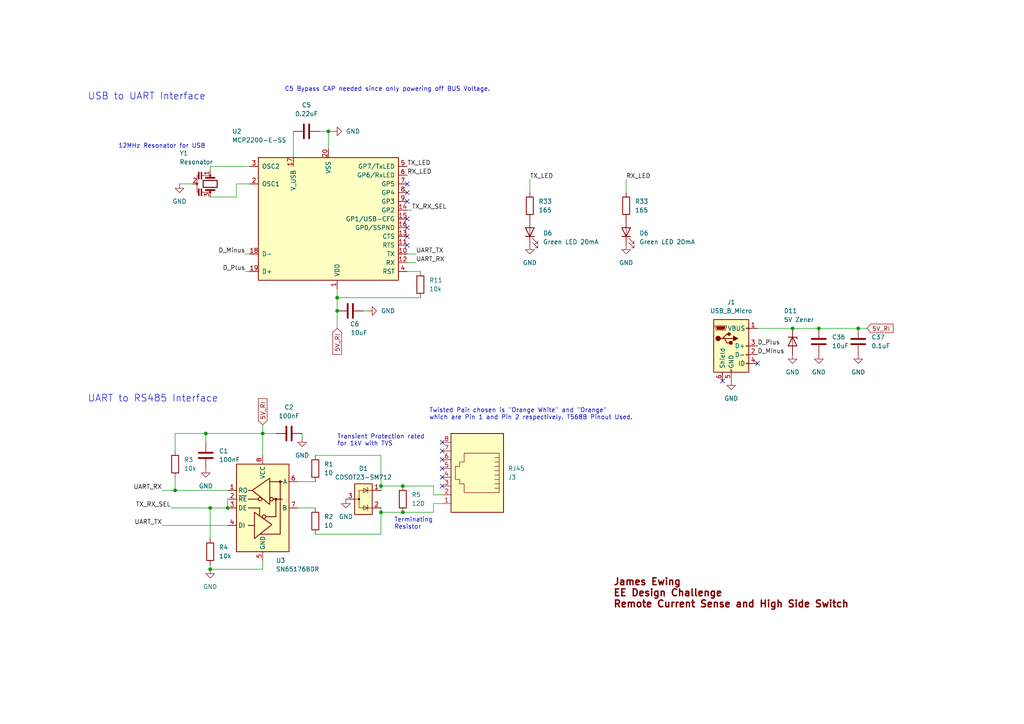
<source format=kicad_sch>
(kicad_sch (version 20230121) (generator eeschema)
  (paper "A4")
  (title_block (title "Remote Interface Communication Circuit"))
  (lib_symbols
    (symbol "Connector:RJ45" (pin_names (offset 1.016))
      (property "Reference" "J" (at -5.08 13.97 0))
      (property "Value" "RJ45" (at 2.54 13.97 0))
      (symbol "RJ45_0_1"
        (polyline (pts (xy -5.08 4.445) (xy -6.35 4.445)))
        (polyline (pts (xy -5.08 5.715) (xy -6.35 5.715)))
        (polyline (pts (xy -6.35 -3.175) (xy -5.08 -3.175) (xy -5.08 -3.175)))
        (polyline (pts (xy -6.35 -1.905) (xy -5.08 -1.905) (xy -5.08 -1.905)))
        (polyline (pts (xy -6.35 -0.635) (xy -5.08 -0.635) (xy -5.08 -0.635)))
        (polyline (pts (xy -6.35 0.635) (xy -5.08 0.635) (xy -5.08 0.635)))
        (polyline (pts (xy -6.35 1.905) (xy -5.08 1.905) (xy -5.08 1.905)))
        (polyline (pts (xy -5.08 3.175) (xy -6.35 3.175) (xy -6.35 3.175)))
        (polyline (pts (xy -6.35 -4.445) (xy -6.35 6.985) (xy 3.81 6.985) (xy 3.81 4.445) (xy 5.08 4.445) (xy 5.08 3.175) (xy 6.35 3.175) (xy 6.35 -0.635) (xy 5.08 -0.635) (xy 5.08 -1.905) (xy 3.81 -1.905) (xy 3.81 -4.445) (xy -6.35 -4.445) (xy -6.35 -4.445)))
        (rectangle (start 7.62 12.7) (end -7.62 -10.16) (stroke (width 0.254)) (fill (type background)))
      )
      (symbol "RJ45_1_1"
        (pin passive line (at 10.16 -7.62 180) (length 2.54) (name "~") (number "1"))
        (pin passive line (at 10.16 -5.08 180) (length 2.54) (name "~") (number "2"))
        (pin passive line (at 10.16 -2.54 180) (length 2.54) (name "~") (number "3"))
        (pin passive line (at 10.16 0 180) (length 2.54) (name "~") (number "4"))
        (pin passive line (at 10.16 2.54 180) (length 2.54) (name "~") (number "5"))
        (pin passive line (at 10.16 5.08 180) (length 2.54) (name "~") (number "6"))
        (pin passive line (at 10.16 7.62 180) (length 2.54) (name "~") (number "7"))
        (pin passive line (at 10.16 10.16 180) (length 2.54) (name "~") (number "8"))
      )
    )
    (symbol "Connector:USB_B_Micro" (pin_names (offset 1.016))
      (property "Reference" "J" (at -5.08 11.43 0))
      (property "Value" "USB_B_Micro" (at -5.08 8.89 0))
      (symbol "USB_B_Micro_0_1"
        (rectangle (start -5.08 -7.62) (end 5.08 7.62) (stroke (width 0.254)) (fill (type background)))
        (circle (center -3.81 2.159) (radius 0.635) (stroke (width 0.254)) (fill (type outline)))
        (circle (center -0.635 3.429) (radius 0.381) (stroke (width 0.254)) (fill (type outline)))
        (rectangle (start -0.127 -7.62) (end 0.127 -6.858))
        (polyline (pts (xy -1.905 2.159) (xy 0.635 2.159)) (stroke (width 0.254)))
        (polyline (pts (xy -3.175 2.159) (xy -2.54 2.159) (xy -1.27 3.429) (xy -0.635 3.429)) (stroke (width 0.254)))
        (polyline (pts (xy -2.54 2.159) (xy -1.905 2.159) (xy -1.27 0.889) (xy 0 0.889)) (stroke (width 0.254)))
        (polyline (pts (xy 0.635 2.794) (xy 0.635 1.524) (xy 1.905 2.159) (xy 0.635 2.794)) (stroke (width 0.254)) (fill (type outline)))
        (polyline (pts (xy -4.318 5.588) (xy -1.778 5.588) (xy -2.032 4.826) (xy -4.064 4.826) (xy -4.318 5.588)) (fill (type outline)))
        (polyline (pts (xy -4.699 5.842) (xy -4.699 5.588) (xy -4.445 4.826) (xy -4.445 4.572) (xy -1.651 4.572) (xy -1.651 4.826) (xy -1.397 5.588) (xy -1.397 5.842) (xy -4.699 5.842)))
        (rectangle (start 0.254 1.27) (end -0.508 0.508) (stroke (width 0.254)) (fill (type outline)))
        (rectangle (start 5.08 -5.207) (end 4.318 -4.953))
        (rectangle (start 5.08 -2.667) (end 4.318 -2.413))
        (rectangle (start 5.08 -0.127) (end 4.318 0.127))
        (rectangle (start 5.08 4.953) (end 4.318 5.207))
      )
      (symbol "USB_B_Micro_1_1"
        (pin power_out line (at 7.62 5.08 180) (length 2.54) (name "VBUS") (number "1"))
        (pin bidirectional line (at 7.62 -2.54 180) (length 2.54) (name "D-") (number "2"))
        (pin bidirectional line (at 7.62 0 180) (length 2.54) (name "D+") (number "3"))
        (pin passive line (at 7.62 -5.08 180) (length 2.54) (name "ID") (number "4"))
        (pin power_out line (at 0 -10.16 90) (length 2.54) (name "GND") (number "5"))
        (pin passive line (at -2.54 -10.16 90) (length 2.54) (name "Shield") (number "6"))
      )
    )
    (symbol "Device:C" (pin_numbers hide) (pin_names (offset 0.254))
      (property "Reference" "C" (at 0.635 2.54 0))
      (property "Value" "C" (at 0.635 -2.54 0))
      (symbol "C_0_1"
        (polyline (pts (xy -2.032 -0.762) (xy 2.032 -0.762)) (stroke (width 0.508)))
        (polyline (pts (xy -2.032 0.762) (xy 2.032 0.762)) (stroke (width 0.508)))
      )
      (symbol "C_1_1"
        (pin passive line (at 0 3.81 270) (length 2.794) (name "~") (number "1"))
        (pin passive line (at 0 -3.81 90) (length 2.794) (name "~") (number "2"))
      )
    )
    (symbol "Device:D_Zener" (pin_numbers hide) (pin_names (offset 1.016) hide)
      (property "Reference" "D" (at 0 2.54 0))
      (property "Value" "D_Zener" (at 0 -2.54 0))
      (symbol "D_Zener_0_1"
        (polyline (pts (xy 1.27 0) (xy -1.27 0)))
        (polyline (pts (xy -1.27 -1.27) (xy -1.27 1.27) (xy -0.762 1.27)) (stroke (width 0.254)))
        (polyline (pts (xy 1.27 -1.27) (xy 1.27 1.27) (xy -1.27 0) (xy 1.27 -1.27)) (stroke (width 0.254)))
      )
      (symbol "D_Zener_1_1"
        (pin passive line (at -3.81 0 0) (length 2.54) (name "K") (number "1"))
        (pin passive line (at 3.81 0 180) (length 2.54) (name "A") (number "2"))
      )
    )
    (symbol "Device:LED" (pin_numbers hide) (pin_names (offset 1.016) hide)
      (property "Reference" "D" (at 0 2.54 0))
      (property "Value" "LED" (at 0 -2.54 0))
      (symbol "LED_0_1"
        (polyline (pts (xy -1.27 -1.27) (xy -1.27 1.27)) (stroke (width 0.254)))
        (polyline (pts (xy -1.27 0) (xy 1.27 0)))
        (polyline (pts (xy 1.27 -1.27) (xy 1.27 1.27) (xy -1.27 0) (xy 1.27 -1.27)) (stroke (width 0.254)))
        (polyline (pts (xy -3.048 -0.762) (xy -4.572 -2.286) (xy -3.81 -2.286) (xy -4.572 -2.286) (xy -4.572 -1.524)))
        (polyline (pts (xy -1.778 -0.762) (xy -3.302 -2.286) (xy -2.54 -2.286) (xy -3.302 -2.286) (xy -3.302 -1.524)))
      )
      (symbol "LED_1_1"
        (pin passive line (at -3.81 0 0) (length 2.54) (name "K") (number "1"))
        (pin passive line (at 3.81 0 180) (length 2.54) (name "A") (number "2"))
      )
    )
    (symbol "Device:R" (pin_numbers hide) (pin_names (offset 0))
      (property "Reference" "R" (at 2.032 0 90))
      (property "Value" "R" (at 0 0 90))
      (symbol "R_0_1"
        (rectangle (start -1.016 -2.54) (end 1.016 2.54) (stroke (width 0.254)))
      )
      (symbol "R_1_1"
        (pin passive line (at 0 3.81 270) (length 1.27) (name "~") (number "1"))
        (pin passive line (at 0 -3.81 90) (length 1.27) (name "~") (number "2"))
      )
    )
    (symbol "Device:Resonator" (pin_names (offset 1.016) hide)
      (property "Reference" "Y" (at 0 5.715 0))
      (property "Value" "Resonator" (at 0 3.81 0))
      (symbol "Resonator_0_1"
        (rectangle (start -3.429 -3.175) (end -1.397 -3.429) (fill (type outline)))
        (rectangle (start -3.429 -2.413) (end -1.397 -2.667) (fill (type outline)))
        (circle (center -2.413 0) (radius 0.254) (fill (type outline)))
        (rectangle (start -1.016 2.032) (end 1.016 -2.032) (stroke (width 0.3048)))
        (circle (center 0 -3.81) (radius 0.254) (fill (type outline)))
        (polyline (pts (xy -2.413 -2.413) (xy -2.413 0)))
        (polyline (pts (xy -1.905 0) (xy -3.175 0)))
        (polyline (pts (xy -1.778 -1.27) (xy -1.778 1.27)) (stroke (width 0.508)))
        (polyline (pts (xy 1.778 -1.27) (xy 1.778 1.27)) (stroke (width 0.508)))
        (polyline (pts (xy 1.905 0) (xy 2.54 0)))
        (polyline (pts (xy 2.413 0) (xy 2.413 -2.54)))
        (polyline (pts (xy 2.413 -3.302) (xy 2.413 -3.81) (xy -2.413 -3.81) (xy -2.413 -3.302)))
        (rectangle (start 1.397 -3.175) (end 3.429 -3.429) (fill (type outline)))
        (rectangle (start 1.397 -2.413) (end 3.429 -2.667) (fill (type outline)))
        (circle (center 2.413 0) (radius 0.254) (fill (type outline)))
      )
      (symbol "Resonator_1_1"
        (pin passive line (at -3.81 0 0) (length 1.27) (name "1") (number "1"))
        (pin passive line (at 0 -5.08 90) (length 1.27) (name "2") (number "2"))
        (pin passive line (at 3.81 0 180) (length 1.27) (name "3") (number "3"))
      )
    )
    (symbol "Interface_UART:LT1785AxN8"
      (property "Reference" "U1" (at 2.1941 17.78 0))
      (property "Value" "LT1785AxN8" (at 2.1941 15.24 0))
      (symbol "LT1785AxN8_0_1"
        (rectangle (start -7.62 12.7) (end 7.62 -12.7) (stroke (width 0.254)) (fill (type background)))
      )
      (symbol "LT1785AxN8_1_1"
        (circle (center -0.762 2.54) (radius 0.508) (stroke (width 0.254)))
        (polyline (pts (xy -4.191 2.54) (xy -1.27 2.54)) (stroke (width 0.254)))
        (polyline (pts (xy -2.54 -5.08) (xy -4.191 -5.08)) (stroke (width 0.254)))
        (polyline (pts (xy -0.635 -7.62) (xy 5.08 -7.62)) (stroke (width 0.254)))
        (polyline (pts (xy 0.889 -2.54) (xy 3.81 -2.54)) (stroke (width 0.254)))
        (polyline (pts (xy 2.032 7.62) (xy 5.715 7.62)) (stroke (width 0.254)))
        (polyline (pts (xy 3.048 2.54) (xy 5.715 2.54)) (stroke (width 0.254)))
        (polyline (pts (xy 3.81 -2.54) (xy 3.81 2.54)) (stroke (width 0.254)))
        (polyline (pts (xy 5.08 -7.62) (xy 5.08 7.62)) (stroke (width 0.254)))
        (polyline (pts (xy -4.191 0) (xy -0.889 0) (xy -0.889 -2.286)) (stroke (width 0.254)))
        (polyline (pts (xy -3.175 5.08) (xy -4.191 5.08) (xy -4.064 5.08)) (stroke (width 0.254)))
        (polyline (pts (xy -2.413 -5.08) (xy -2.413 -1.27) (xy 2.667 -4.826) (xy -2.413 -8.89) (xy -2.413 -5.08)) (stroke (width 0.254)))
        (polyline (pts (xy 2.032 4.826) (xy 2.032 8.636) (xy -3.048 5.08) (xy 2.032 1.016) (xy 2.032 4.826)) (stroke (width 0.254)))
        (circle (center 0.381 -2.54) (radius 0.508) (stroke (width 0.254)))
        (circle (center 2.54 2.54) (radius 0.508) (stroke (width 0.254)))
        (circle (center 3.81 2.54) (radius 0.2794) (stroke (width 0.254)) (fill (type outline)))
        (circle (center 5.08 7.62) (radius 0.2794) (stroke (width 0.254)) (fill (type outline)))
        (pin output line (at -10.16 5.08 0) (length 2.54) (name "RO") (number "1"))
        (pin input line (at -10.16 2.54 0) (length 2.54) (name "~{RE}") (number "2"))
        (pin input line (at -10.16 0 0) (length 2.54) (name "DE") (number "3"))
        (pin input line (at -10.16 -5.08 0) (length 2.54) (name "DI") (number "4"))
        (pin power_in line (at 0 -15.24 90) (length 2.54) (name "GND") (number "5"))
        (pin bidirectional line (at 10.16 7.62 180) (length 2.54) (name "A") (number "6"))
        (pin bidirectional line (at 10.16 0 180) (length 2.54) (name "B") (number "7"))
        (pin power_in line (at 0 15.24 270) (length 2.54) (name "VCC") (number "8"))
      )
    )
    (symbol "Interface_USB:MCP2200-E-SS" (pin_names (offset 1.016))
      (property "Reference" "U2" (at 20.32 -24.13 0))
      (property "Value" "MCP2200-E-SS" (at 20.32 -21.59 0))
      (symbol "MCP2200-E-SS_0_1"
        (rectangle (start -20.32 17.78) (end 20.32 -17.78) (stroke (width 0.254)) (fill (type background)))
      )
      (symbol "MCP2200-E-SS_1_1"
        (pin power_in line (at -2.54 20.32 270) (length 2.54) (name "VDD") (number "1"))
        (pin output line (at -22.86 10.16 0) (length 2.54) (name "TX") (number "10"))
        (pin output line (at -22.86 7.62 0) (length 2.54) (name "RTS") (number "11"))
        (pin input line (at -22.86 12.7 0) (length 2.54) (name "RX") (number "12"))
        (pin input line (at -22.86 5.08 0) (length 2.54) (name "CTS") (number "13"))
        (pin bidirectional line (at -22.86 -2.54 0) (length 2.54) (name "GP2") (number "14"))
        (pin bidirectional line (at -22.86 0 0) (length 2.54) (name "GP1/USB-CFG") (number "15"))
        (pin bidirectional line (at -22.86 2.54 0) (length 2.54) (name "GP0/SSPND") (number "16"))
        (pin power_in line (at 10.16 -17.78 90) (length 2.54) (name "V_USB") (number "17"))
        (pin bidirectional line (at 22.86 10.16 180) (length 2.54) (name "D-") (number "18"))
        (pin bidirectional line (at 22.86 15.24 180) (length 2.54) (name "D+") (number "19"))
        (pin input line (at 22.86 -10.16 180) (length 2.54) (name "OSC1") (number "2"))
        (pin power_in line (at 0 -20.32 90) (length 2.54) (name "VSS") (number "20"))
        (pin output line (at 22.86 -15.24 180) (length 2.54) (name "OSC2") (number "3"))
        (pin input line (at -22.86 15.24 0) (length 2.54) (name "RST") (number "4"))
        (pin bidirectional line (at -22.86 -15.24 0) (length 2.54) (name "GP7/TxLED") (number "5"))
        (pin bidirectional line (at -22.86 -12.7 0) (length 2.54) (name "GP6/RxLED") (number "6"))
        (pin bidirectional line (at -22.86 -10.16 0) (length 2.54) (name "GP5") (number "7"))
        (pin bidirectional line (at -22.86 -7.62 0) (length 2.54) (name "GP4") (number "8"))
        (pin bidirectional line (at -22.86 -5.08 0) (length 2.54) (name "GP3") (number "9"))
      )
    )
    (symbol "Power_Protection:SP0502BAHT" (pin_names hide)
      (property "Reference" "D" (at 5.715 2.54 0))
      (property "Value" "SP0502BAHT" (at 5.715 0.635 0))
      (symbol "SP0502BAHT_0_0"
        (pin passive line (at 0 -5.08 90) (length 2.54) (name "A") (number "3"))
      )
      (symbol "SP0502BAHT_0_1"
        (rectangle (start -4.445 2.54) (end 4.445 -2.54) (stroke (width 0.254)) (fill (type background)))
        (circle (center 0 -1.27) (radius 0.254) (fill (type outline)))
        (polyline (pts (xy -2.54 2.54) (xy -2.54 1.27)))
        (polyline (pts (xy 0 -1.27) (xy 0 -2.54)))
        (polyline (pts (xy 2.54 2.54) (xy 2.54 1.27)))
        (polyline (pts (xy -3.302 1.016) (xy -3.302 1.27) (xy -1.905 1.27) (xy -1.778 1.27)))
        (polyline (pts (xy -2.54 1.27) (xy -2.54 -1.27) (xy 2.54 -1.27) (xy 2.54 1.27)))
        (polyline (pts (xy -2.54 1.27) (xy -1.905 0) (xy -3.175 0) (xy -2.54 1.27)))
        (polyline (pts (xy 1.778 1.016) (xy 1.778 1.27) (xy 3.175 1.27) (xy 3.302 1.27)))
        (polyline (pts (xy 2.54 1.27) (xy 1.905 0) (xy 3.175 0) (xy 2.54 1.27)))
      )
      (symbol "SP0502BAHT_1_1"
        (pin passive line (at -2.54 5.08 270) (length 2.54) (name "K") (number "1"))
        (pin passive line (at 2.54 5.08 270) (length 2.54) (name "K") (number "2"))
      )
    )
    (symbol "power:GND" (power) (pin_names (offset 0))
      (property "Value" "GND" (at 0 -3.81 0))
      (symbol "GND_0_1"
        (polyline (pts (xy 0 0) (xy 0 -1.27) (xy 1.27 -1.27) (xy 0 -2.54) (xy -1.27 -1.27) (xy 0 -1.27)))
      )
      (symbol "GND_1_1"
        (pin power_in line (at 0 0 270) (length 0) hide (name "GND") (number "1"))
      )
    )
  )
  (junction (at 59.69 125.73))
  (junction (at 229.87 95.25))
  (junction (at 116.84 140.97))
  (junction (at 237.49 95.25))
  (junction (at 60.96 165.1))
  (junction (at 97.79 90.17))
  (junction (at 66.04 147.32))
  (junction (at 110.49 148.59))
  (junction (at 97.79 86.36))
  (junction (at 60.96 147.32))
  (junction (at 50.8 142.24))
  (junction (at 116.84 148.59))
  (junction (at 76.2 125.73))
  (junction (at 95.25 38.1))
  (junction (at 110.49 140.97))
  (junction (at 248.92 95.25))
  (no_connect (at 128.27 138.43))
  (no_connect (at 209.55 110.49))
  (no_connect (at 219.71 105.41))
  (no_connect (at 118.11 66.04))
  (no_connect (at 118.11 58.42))
  (no_connect (at 128.27 135.89))
  (no_connect (at 118.11 53.34))
  (no_connect (at 118.11 71.12))
  (no_connect (at 128.27 128.27))
  (no_connect (at 128.27 140.97))
  (no_connect (at 128.27 133.35))
  (no_connect (at 118.11 63.5))
  (no_connect (at 118.11 68.58))
  (no_connect (at 128.27 130.81))
  (no_connect (at 118.11 55.88))
  (wire (pts (xy 116.84 140.97) (xy 125.73 140.97)))
  (wire (pts (xy 251.46 95.25) (xy 248.92 95.25)))
  (wire (pts (xy 76.2 165.1) (xy 60.96 165.1)))
  (wire (pts (xy 116.84 148.59) (xy 125.73 148.59)))
  (wire (pts (xy 60.96 57.15) (xy 68.58 57.15)))
  (wire (pts (xy 87.63 125.73) (xy 87.63 127)))
  (wire (pts (xy 125.73 143.51) (xy 128.27 143.51)))
  (wire (pts (xy 229.87 95.25) (xy 219.71 95.25)))
  (wire (pts (xy 49.53 147.32) (xy 60.96 147.32)))
  (wire (pts (xy 92.71 38.1) (xy 95.25 38.1)))
  (wire (pts (xy 110.49 140.97) (xy 116.84 140.97)))
  (wire (pts (xy 119.38 60.96) (xy 118.11 60.96)))
  (wire (pts (xy 66.04 147.32) (xy 60.96 147.32)))
  (wire (pts (xy 60.96 147.32) (xy 60.96 156.21)))
  (wire (pts (xy 86.36 147.32) (xy 91.44 147.32)))
  (wire (pts (xy 76.2 125.73) (xy 76.2 132.08)))
  (wire (pts (xy 85.09 38.1) (xy 85.09 45.72)))
  (wire (pts (xy 118.11 78.74) (xy 121.92 78.74)))
  (wire (pts (xy 96.52 38.1) (xy 95.25 38.1)))
  (wire (pts (xy 110.49 140.97) (xy 110.49 142.24)))
  (wire (pts (xy 97.79 83.82) (xy 97.79 86.36)))
  (wire (pts (xy 91.44 154.94) (xy 110.49 154.94)))
  (wire (pts (xy 125.73 146.05) (xy 125.73 148.59)))
  (wire (pts (xy 71.12 73.66) (xy 72.39 73.66)))
  (wire (pts (xy 110.49 132.08) (xy 110.49 140.97)))
  (wire (pts (xy 86.36 139.7) (xy 91.44 139.7)))
  (wire (pts (xy 153.67 52.07) (xy 153.67 55.88)))
  (wire (pts (xy 237.49 95.25) (xy 229.87 95.25)))
  (wire (pts (xy 46.99 152.4) (xy 66.04 152.4)))
  (wire (pts (xy 68.58 57.15) (xy 68.58 53.34)))
  (wire (pts (xy 60.96 163.83) (xy 60.96 165.1)))
  (wire (pts (xy 237.49 95.25) (xy 248.92 95.25)))
  (wire (pts (xy 110.49 148.59) (xy 110.49 147.32)))
  (wire (pts (xy 60.96 48.26) (xy 72.39 48.26)))
  (wire (pts (xy 120.65 76.2) (xy 118.11 76.2)))
  (wire (pts (xy 60.96 49.53) (xy 60.96 48.26)))
  (wire (pts (xy 50.8 125.73) (xy 50.8 130.81)))
  (wire (pts (xy 52.07 53.34) (xy 55.88 53.34)))
  (wire (pts (xy 76.2 125.73) (xy 80.01 125.73)))
  (wire (pts (xy 59.69 125.73) (xy 59.69 128.27)))
  (wire (pts (xy 97.79 95.25) (xy 97.79 90.17)))
  (wire (pts (xy 110.49 148.59) (xy 116.84 148.59)))
  (wire (pts (xy 50.8 142.24) (xy 66.04 142.24)))
  (wire (pts (xy 97.79 86.36) (xy 97.79 90.17)))
  (wire (pts (xy 95.25 38.1) (xy 95.25 43.18)))
  (wire (pts (xy 91.44 132.08) (xy 110.49 132.08)))
  (wire (pts (xy 59.69 125.73) (xy 76.2 125.73)))
  (wire (pts (xy 125.73 146.05) (xy 128.27 146.05)))
  (wire (pts (xy 50.8 138.43) (xy 50.8 142.24)))
  (wire (pts (xy 76.2 162.56) (xy 76.2 165.1)))
  (wire (pts (xy 76.2 123.19) (xy 76.2 125.73)))
  (wire (pts (xy 181.61 52.07) (xy 181.61 55.88)))
  (wire (pts (xy 105.41 90.17) (xy 106.68 90.17)))
  (wire (pts (xy 50.8 125.73) (xy 59.69 125.73)))
  (wire (pts (xy 46.99 142.24) (xy 50.8 142.24)))
  (wire (pts (xy 110.49 154.94) (xy 110.49 148.59)))
  (wire (pts (xy 120.65 73.66) (xy 118.11 73.66)))
  (wire (pts (xy 68.58 53.34) (xy 72.39 53.34)))
  (wire (pts (xy 71.12 78.74) (xy 72.39 78.74)))
  (wire (pts (xy 66.04 144.78) (xy 66.04 147.32)))
  (wire (pts (xy 97.79 86.36) (xy 121.92 86.36)))
  (wire (pts (xy 125.73 140.97) (xy 125.73 143.51)))
  (text "Terminating \nResistor" (at 114.3 153.67 0) (effects (font (size 1.27 1.27)) (justify left bottom)))
  (text "USB to UART Interface" (at 25.4 29.21 0) (effects (font (size 2 2)) (justify left bottom)))
  (text "Transient Protection rated\nfor 1kV with TVS" (at 97.79 129.54 0) (effects (font (size 1.27 1.27)) (justify left bottom)))
  (text "UART to RS485 Interface" (at 25.4 116.84 0) (effects (font (size 2 2)) (justify left bottom)))
  (text "Twisted Pair chosen is \"Orange White\" and \"Orange\" \nwhich are Pin 1 and Pin 2 respectively. T568B Pinout Used." (at 124.46 121.92 0) (effects (font (size 1.27 1.27)) (justify left bottom)))
  (text "12MHz Resonator for USB" (at 34.29 43.18 0) (effects (font (size 1.27 1.27)) (justify left bottom)))
  (text "C5 Bypass CAP needed since only powering off BUS Voltage." (at 82.55 26.67 0) (effects (font (size 1.27 1.27)) (justify left bottom)))
  (text "James Ewing \nEE Design Challenge\nRemote Current Sense and High Side Switch" (at 177.8 176.53 0) (effects (font (size 2 2) (thickness 0.4) bold) (justify left bottom)))
  (label "RX_LED" (at 181.61 52.07 0))
  (label "D_Plus" (at 219.71 100.33 0))
  (label "D_Minus" (at 71.12 73.66 180))
  (label "UART_TX" (at 46.99 152.4 180))
  (label "D_Minus" (at 219.71 102.87 0))
  (label "RX_LED" (at 118.11 50.8 0))
  (label "D_Plus" (at 71.12 78.74 180))
  (label "TX_LED" (at 118.11 48.26 0))
  (label "TX_RX_SEL" (at 119.38 60.96 0))
  (label "UART_TX" (at 120.65 73.66 0))
  (label "UART_RX" (at 120.65 76.2 0))
  (label "TX_LED" (at 153.67 52.07 0))
  (label "TX_RX_SEL" (at 49.53 147.32 180))
  (label "UART_RX" (at 46.99 142.24 180))
  (global_label "5V_RI" (shape input) (at 76.2 123.19 90) (property "Intersheetrefs" "${INTERSHEET_REFS}" (effects hide)))
  (global_label "5V_RI" (shape input) (at 97.79 95.25 270) (property "Intersheetrefs" "${INTERSHEET_REFS}" (effects hide)))
  (global_label "5V_RI" (shape input) (at 251.46 95.25 0) (property "Intersheetrefs" "${INTERSHEET_REFS}" (effects hide)))
  (symbol (lib_id "Device:C") (at 88.9 38.1 90) (unit 1)
    (property "Reference" "C5" (at 88.9 30.48 90))
    (property "Value" "0.22uF" (at 88.9 33.02 90))
    (instances (project "james_ewing_ee_design_take_home_koenigsegg" (path "" (reference "C5") (unit 1)) (path "" (reference "C1") (unit 1))))
  )
  (symbol (lib_id "Device:R") (at 153.67 59.69 0) (unit 1)
    (property "Reference" "R33" (at 156.21 58.42 0) (effects (justify left)))
    (property "Value" "165" (at 156.21 60.96 0) (effects (justify left)))
    (instances (project "james_ewing_ee_design_take_home_koenigsegg" (path "" (reference "R33") (unit 1)) (path "" (reference "R34") (unit 1))))
  )
  (symbol (lib_id "Connector:RJ45") (at 138.43 138.43 0) (mirror y) (unit 1)
    (property "Reference" "J3" (at 147.32 138.43 0) (effects (justify right)))
    (property "Value" "RJ45" (at 147.32 135.89 0) (effects (justify right)))
  )
  (symbol (lib_id "power:GND") (at 52.07 53.34 0) (unit 1)
    (property "Reference" "#PWR08" (effects hide))
    (property "Value" "GND" (at 52.07 58.42 0))
    (instances (project "james_ewing_ee_design_take_home_koenigsegg" (path "" (reference "#PWR08") (unit 1)) (path "" (reference "#PWR02") (unit 1))))
  )
  (symbol (lib_id "power:GND") (at 237.49 102.87 0) (unit 1)
    (property "Reference" "#PWR063" (effects hide))
    (property "Value" "GND" (at 237.49 107.95 0))
  )
  (symbol (lib_id "power:GND") (at 153.67 71.12 0) (unit 1)
    (property "Reference" "#PWR044" (effects hide))
    (property "Value" "GND" (at 153.67 76.2 0))
    (instances (project "james_ewing_ee_design_take_home_koenigsegg" (path "" (reference "#PWR044") (unit 1)) (path "" (reference "#PWR045") (unit 1))))
  )
  (symbol (lib_id "Device:R") (at 121.92 82.55 0) (unit 1)
    (property "Reference" "R11" (at 124.46 81.28 0) (effects (justify left)))
    (property "Value" "10k" (at 124.46 83.82 0) (effects (justify left)))
    (instances (project "james_ewing_ee_design_take_home_koenigsegg" (path "" (reference "R11") (unit 1)) (path "" (reference "R2") (unit 1))))
  )
  (symbol (lib_id "Device:R") (at 91.44 135.89 0) (unit 1)
    (property "Reference" "R1" (at 93.98 134.62 0) (effects (justify left)))
    (property "Value" "10" (at 93.98 137.16 0) (effects (justify left)))
    (instances (project "james_ewing_ee_design_take_home_koenigsegg" (path "" (reference "R1") (unit 1)) (path "" (reference "R8") (unit 1))))
  )
  (symbol (lib_id "power:GND") (at 100.33 144.78 0) (unit 1)
    (property "Reference" "#PWR01" (effects hide))
    (property "Value" "GND" (at 100.33 149.86 0))
    (instances (project "james_ewing_ee_design_take_home_koenigsegg" (path "" (reference "#PWR01") (unit 1)) (path "" (reference "#PWR08") (unit 1))))
  )
  (symbol (lib_id "Device:C") (at 59.69 132.08 0) (unit 1)
    (property "Reference" "C1" (at 63.5 130.81 0) (effects (justify left)))
    (property "Value" "100nF" (at 63.5 133.35 0) (effects (justify left)))
    (instances (project "james_ewing_ee_design_take_home_koenigsegg" (path "" (reference "C1") (unit 1)) (path "" (reference "C5") (unit 1))))
  )
  (symbol (lib_id "Device:R") (at 60.96 160.02 0) (unit 1)
    (property "Reference" "R4" (at 63.5 158.75 0) (effects (justify left)))
    (property "Value" "10k" (at 63.5 161.29 0) (effects (justify left)))
    (instances (project "james_ewing_ee_design_take_home_koenigsegg" (path "" (reference "R4") (unit 1)) (path "" (reference "R5") (unit 1))))
  )
  (symbol (lib_id "power:GND") (at 87.63 127 0) (unit 1)
    (property "Reference" "#PWR04" (effects hide))
    (property "Value" "GND" (at 87.63 132.08 0))
    (instances (project "james_ewing_ee_design_take_home_koenigsegg" (path "" (reference "#PWR04") (unit 1)) (path "" (reference "#PWR07") (unit 1))))
  )
  (symbol (lib_id "power:GND") (at 60.96 165.1 0) (unit 1)
    (property "Reference" "#PWR02" (effects hide))
    (property "Value" "GND" (at 60.96 170.18 0))
    (instances (project "james_ewing_ee_design_take_home_koenigsegg" (path "" (reference "#PWR02") (unit 1)) (path "" (reference "#PWR06") (unit 1))))
  )
  (symbol (lib_id "power:GND") (at 59.69 135.89 0) (unit 1)
    (property "Reference" "#PWR03" (effects hide))
    (property "Value" "GND" (at 59.69 140.97 0))
    (instances (project "james_ewing_ee_design_take_home_koenigsegg" (path "" (reference "#PWR03") (unit 1)) (path "" (reference "#PWR05") (unit 1))))
  )
  (symbol (lib_id "Device:R") (at 91.44 151.13 180) (unit 1)
    (property "Reference" "R2" (at 93.98 149.86 0) (effects (justify right)))
    (property "Value" "10" (at 93.98 152.4 0) (effects (justify right)))
    (instances (project "james_ewing_ee_design_take_home_koenigsegg" (path "" (reference "R2") (unit 1)) (path "" (reference "R11") (unit 1))))
  )
  (symbol (lib_id "Device:R") (at 116.84 144.78 0) (unit 1)
    (property "Reference" "R5" (at 119.38 143.51 0) (effects (justify left)))
    (property "Value" "120" (at 119.38 146.05 0) (effects (justify left)))
    (instances (project "james_ewing_ee_design_take_home_koenigsegg" (path "" (reference "R5") (unit 1)) (path "" (reference "R15") (unit 1))))
  )
  (symbol (lib_id "Device:R") (at 50.8 134.62 0) (unit 1)
    (property "Reference" "R3" (at 53.34 133.35 0) (effects (justify left)))
    (property "Value" "10k" (at 53.34 135.89 0) (effects (justify left)))
    (instances (project "james_ewing_ee_design_take_home_koenigsegg" (path "" (reference "R3") (unit 1)) (path "" (reference "R1") (unit 1))))
  )
  (symbol (lib_id "power:GND") (at 248.92 102.87 0) (unit 1)
    (property "Reference" "#PWR064" (effects hide))
    (property "Value" "GND" (at 248.92 107.95 0))
  )
  (symbol (lib_id "Device:C") (at 83.82 125.73 90) (unit 1)
    (property "Reference" "C2" (at 83.82 118.11 90))
    (property "Value" "100nF" (at 83.82 120.65 90))
    (instances (project "james_ewing_ee_design_take_home_koenigsegg" (path "" (reference "C2") (unit 1)) (path "" (reference "C6") (unit 1))))
  )
  (symbol (lib_id "Device:C") (at 101.6 90.17 90) (unit 1)
    (property "Reference" "C6" (at 102.87 93.98 90))
    (property "Value" "10uF" (at 104.14 96.52 90))
    (instances (project "james_ewing_ee_design_take_home_koenigsegg" (path "" (reference "C6") (unit 1)) (path "" (reference "C2") (unit 1))))
  )
  (symbol (lib_id "power:GND") (at 181.61 71.12 0) (unit 1)
    (property "Reference" "#PWR044" (effects hide))
    (property "Value" "GND" (at 181.61 76.2 0))
    (instances (project "james_ewing_ee_design_take_home_koenigsegg" (path "" (reference "#PWR044") (unit 1)) (path "" (reference "#PWR046") (unit 1))))
  )
  (symbol (lib_id "Device:Resonator") (at 60.96 53.34 270) (unit 1)
    (property "Reference" "Y1" (at 52.07 44.45 90) (effects (justify left)))
    (property "Value" "Resonator" (at 52.07 46.99 90) (effects (justify left)))
  )
  (symbol (lib_id "Interface_UART:LT1785AxN8") (at 76.2 147.32 0) (unit 1)
    (property "Reference" "U3" (at 80.01 162.56 0) (effects (justify left)))
    (property "Value" "SN65176BDR" (at 80.01 165.1 0) (effects (justify left)))
    (property "Footprint" "Package_DIP:DIP-8_W7.62mm" (effects hide))
    (property "Datasheet" "https://www.analog.com/media/en/technical-documentation/data-sheets/LT1785-1785A-1791-1791A.pdf" (effects hide))
  )
  (symbol (lib_id "power:GND") (at 96.52 38.1 90) (unit 1)
    (property "Reference" "#PWR05" (effects hide))
    (property "Value" "GND" (at 100.33 38.1 90) (effects (justify right)))
    (instances (project "james_ewing_ee_design_take_home_koenigsegg" (path "" (reference "#PWR05") (unit 1)) (path "" (reference "#PWR03") (unit 1))))
  )
  (symbol (lib_id "Device:LED") (at 153.67 67.31 90) (unit 1)
    (property "Reference" "D6" (at 157.48 67.6275 90) (effects (justify right)))
    (property "Value" "Green LED 20mA" (at 157.48 70.1675 90) (effects (justify right)))
    (instances (project "james_ewing_ee_design_take_home_koenigsegg" (path "" (reference "D6") (unit 1)) (path "" (reference "D7") (unit 1))))
  )
  (symbol (lib_id "Device:D_Zener") (at 229.87 99.06 270) (unit 1)
    (property "Reference" "D11" (at 227.33 90.17 90) (effects (justify left)))
    (property "Value" "5V Zener" (at 227.33 92.71 90) (effects (justify left)))
  )
  (symbol (lib_id "Power_Protection:SP0502BAHT") (at 105.41 144.78 270) (unit 1)
    (property "Reference" "D1" (at 105.41 135.89 90))
    (property "Value" "CDSOT23-SM712" (at 105.41 138.43 90))
    (property "Footprint" "Package_TO_SOT_SMD:SOT-23" (effects hide))
    (property "Datasheet" "http://www.littelfuse.com/~/media/files/littelfuse/technical%20resources/documents/data%20sheets/sp05xxba.pdf" (effects hide))
  )
  (symbol (lib_id "Connector:USB_B_Micro") (at 212.09 100.33 0) (unit 1)
    (property "Reference" "J1" (at 212.09 87.63 0))
    (property "Value" "USB_B_Micro" (at 212.09 90.17 0))
  )
  (symbol (lib_id "power:GND") (at 106.68 90.17 90) (unit 1)
    (property "Reference" "#PWR07" (effects hide))
    (property "Value" "GND" (at 110.49 90.17 90) (effects (justify right)))
    (instances (project "james_ewing_ee_design_take_home_koenigsegg" (path "" (reference "#PWR07") (unit 1)) (path "" (reference "#PWR04") (unit 1))))
  )
  (symbol (lib_id "power:GND") (at 229.87 102.87 0) (unit 1)
    (property "Reference" "#PWR062" (effects hide))
    (property "Value" "GND" (at 229.87 107.95 0))
  )
  (symbol (lib_id "Device:R") (at 181.61 59.69 0) (unit 1)
    (property "Reference" "R33" (at 184.15 58.42 0) (effects (justify left)))
    (property "Value" "165" (at 184.15 60.96 0) (effects (justify left)))
    (instances (project "james_ewing_ee_design_take_home_koenigsegg" (path "" (reference "R33") (unit 1)) (path "" (reference "R35") (unit 1))))
  )
  (symbol (lib_id "Device:LED") (at 181.61 67.31 90) (unit 1)
    (property "Reference" "D6" (at 185.42 67.6275 90) (effects (justify right)))
    (property "Value" "Green LED 20mA" (at 185.42 70.1675 90) (effects (justify right)))
    (instances (project "james_ewing_ee_design_take_home_koenigsegg" (path "" (reference "D6") (unit 1)) (path "" (reference "D8") (unit 1))))
  )
  (symbol (lib_id "Device:C") (at 248.92 99.06 0) (unit 1)
    (property "Reference" "C37" (at 252.73 97.79 0) (effects (justify left)))
    (property "Value" "0.1uF" (at 252.73 100.33 0) (effects (justify left)))
  )
  (symbol (lib_id "Interface_USB:MCP2200-E-SS") (at 95.25 63.5 180) (unit 1)
    (property "Reference" "U2" (at 67.31 38.1 0) (effects (justify right)))
    (property "Value" "MCP2200-E-SS" (at 67.31 40.64 0) (effects (justify right)))
    (property "Footprint" "Package_SO:SSOP-20_5.3x7.2mm_P0.65mm" (effects hide))
    (property "Datasheet" "http://ww1.microchip.com/downloads/en/DeviceDoc/200022228D.pdf" (effects hide))
  )
  (symbol (lib_id "Device:C") (at 237.49 99.06 0) (unit 1)
    (property "Reference" "C36" (at 241.3 97.79 0) (effects (justify left)))
    (property "Value" "10uF" (at 241.3 100.33 0) (effects (justify left)))
  )
  (symbol (lib_id "power:GND") (at 212.09 110.49 0) (unit 1)
    (property "Reference" "#PWR06" (effects hide))
    (property "Value" "GND" (at 212.09 115.57 0))
    (instances (project "james_ewing_ee_design_take_home_koenigsegg" (path "" (reference "#PWR06") (unit 1)) (path "" (reference "#PWR01") (unit 1))))
  )
)
</source>
